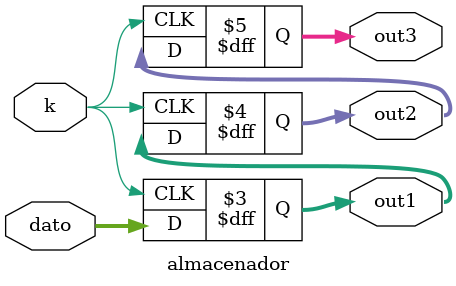
<source format=v>
`timescale 1ns / 1ps

module almacenador(k,dato,out1,out2,out3);
input k;
input [3:0] dato;
output reg [3:0] out1, out2, out3;


initial begin
	out1<=0;
	out2<=0;
	out3<=0;
end 

always @(negedge k)begin	
		out3=out2;
		out2=out1;
		out1=dato;
end		
endmodule

</source>
